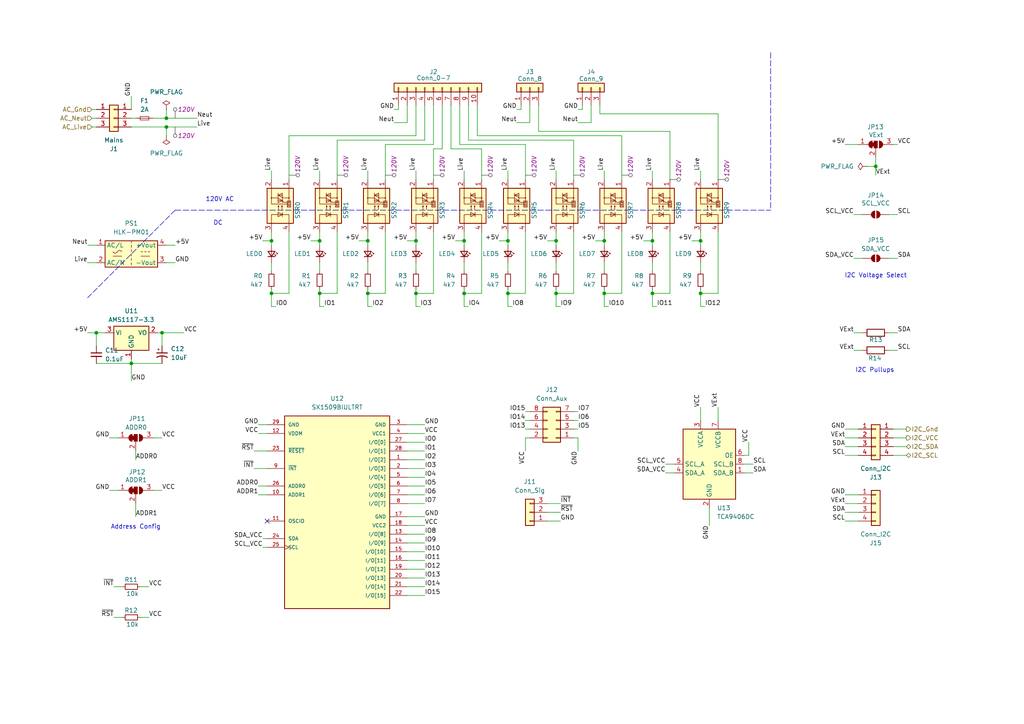
<source format=kicad_sch>
(kicad_sch (version 20231120) (generator "eeschema") (generator_version "8.0")
  (paper "A4")
  (title_block (title "Relay Controller") (date "2024-03-19") (rev "2") (company "Perth Artifactory"))
  (junction (at 175.26 85.09))
  (junction (at 203.2 85.09))
  (junction (at 38.1 105.41))
  (junction (at 161.29 85.09))
  (junction (at 175.26 69.85))
  (junction (at 92.71 69.85))
  (junction (at 189.23 69.85))
  (junction (at 120.65 69.85))
  (junction (at 189.23 85.09))
  (junction (at 134.62 85.09))
  (junction (at 203.2 69.85))
  (junction (at 106.68 69.85))
  (junction (at 254 48.26))
  (junction (at 46.99 96.52))
  (junction (at 147.32 85.09))
  (junction (at 48.26 34.29))
  (junction (at 78.74 85.09))
  (junction (at 78.74 69.85))
  (junction (at 92.71 85.09))
  (junction (at 161.29 69.85))
  (junction (at 48.26 36.83))
  (junction (at 134.62 69.85))
  (junction (at 27.94 96.52))
  (junction (at 106.68 85.09))
  (junction (at 147.32 69.85))
  (junction (at 120.65 85.09))
  (no_connect (at 77.47 151.13))
  (wire (pts (xy 175.26 88.9) (xy 176.53 88.9)))
  (wire (pts (xy 120.65 67.31) (xy 120.65 69.85)))
  (wire (pts (xy 180.34 39.37) (xy 180.34 52.07)))
  (wire (pts (xy 175.26 85.09) (xy 175.26 88.9)))
  (wire (pts (xy 38.1 27.94) (xy 38.1 31.75)))
  (wire (pts (xy 118.11 130.81) (xy 123.19 130.81)))
  (polyline (pts (xy 50.8 60.96) (xy 25.4 86.36)) (stroke (width 0) (type dash)))
  (wire (pts (xy 118.11 162.56) (xy 123.19 162.56)))
  (wire (pts (xy 33.02 170.18) (xy 35.56 170.18)))
  (wire (pts (xy 125.73 67.31) (xy 125.73 85.09)))
  (wire (pts (xy 125.73 52.07) (xy 125.73 43.18)))
  (wire (pts (xy 175.26 67.31) (xy 175.26 69.85)))
  (wire (pts (xy 44.45 127) (xy 46.99 127)))
  (wire (pts (xy 118.11 172.72) (xy 123.19 172.72)))
  (wire (pts (xy 161.29 85.09) (xy 166.37 85.09)))
  (wire (pts (xy 245.11 143.51) (xy 248.92 143.51)))
  (wire (pts (xy 203.2 85.09) (xy 208.28 85.09)))
  (wire (pts (xy 167.64 31.75) (xy 168.91 31.75)))
  (wire (pts (xy 203.2 69.85) (xy 203.2 71.12)))
  (wire (pts (xy 152.4 127) (xy 152.4 130.81)))
  (wire (pts (xy 118.11 128.27) (xy 123.19 128.27)))
  (wire (pts (xy 78.74 85.09) (xy 83.82 85.09)))
  (wire (pts (xy 134.62 76.2) (xy 134.62 78.74)))
  (wire (pts (xy 195.58 134.62) (xy 193.04 134.62)))
  (wire (pts (xy 118.11 143.51) (xy 123.19 143.51)))
  (wire (pts (xy 106.68 67.31) (xy 106.68 69.85)))
  (wire (pts (xy 147.32 76.2) (xy 147.32 78.74)))
  (wire (pts (xy 151.13 31.75) (xy 151.13 30.48)))
  (wire (pts (xy 78.74 83.82) (xy 78.74 85.09)))
  (wire (pts (xy 203.2 67.31) (xy 203.2 69.85)))
  (wire (pts (xy 175.26 76.2) (xy 175.26 78.74)))
  (wire (pts (xy 200.66 69.85) (xy 203.2 69.85)))
  (wire (pts (xy 152.4 127) (xy 153.67 127)))
  (wire (pts (xy 194.31 38.1) (xy 194.31 52.07)))
  (wire (pts (xy 153.67 30.48) (xy 153.67 35.56)))
  (wire (pts (xy 106.68 85.09) (xy 106.68 88.9)))
  (wire (pts (xy 195.58 137.16) (xy 193.04 137.16)))
  (wire (pts (xy 158.75 148.59) (xy 162.56 148.59)))
  (wire (pts (xy 125.73 30.48) (xy 125.73 41.91)))
  (wire (pts (xy 39.37 146.05) (xy 39.37 149.86)))
  (wire (pts (xy 48.26 71.12) (xy 50.8 71.12)))
  (wire (pts (xy 218.44 134.62) (xy 215.9 134.62)))
  (wire (pts (xy 106.68 49.53) (xy 106.68 52.07)))
  (wire (pts (xy 118.11 149.86) (xy 123.19 149.86)))
  (wire (pts (xy 118.11 160.02) (xy 123.19 160.02)))
  (wire (pts (xy 248.92 148.59) (xy 245.11 148.59)))
  (wire (pts (xy 259.08 132.08) (xy 262.89 132.08)))
  (wire (pts (xy 83.82 67.31) (xy 83.82 85.09)))
  (wire (pts (xy 259.08 129.54) (xy 262.89 129.54)))
  (wire (pts (xy 147.32 67.31) (xy 147.32 69.85)))
  (wire (pts (xy 161.29 88.9) (xy 162.56 88.9)))
  (wire (pts (xy 251.46 48.26) (xy 254 48.26)))
  (wire (pts (xy 259.08 127) (xy 262.89 127)))
  (wire (pts (xy 134.62 83.82) (xy 134.62 85.09)))
  (wire (pts (xy 92.71 49.53) (xy 92.71 52.07)))
  (wire (pts (xy 147.32 83.82) (xy 147.32 85.09)))
  (wire (pts (xy 161.29 85.09) (xy 161.29 88.9)))
  (wire (pts (xy 158.75 146.05) (xy 162.56 146.05)))
  (wire (pts (xy 203.2 76.2) (xy 203.2 78.74)))
  (wire (pts (xy 166.37 127) (xy 167.64 127)))
  (wire (pts (xy 135.89 30.48) (xy 135.89 40.64)))
  (wire (pts (xy 133.35 41.91) (xy 152.4 41.91)))
  (wire (pts (xy 245.11 146.05) (xy 248.92 146.05)))
  (wire (pts (xy 203.2 121.92) (xy 203.2 118.11)))
  (wire (pts (xy 118.11 165.1) (xy 123.19 165.1)))
  (wire (pts (xy 175.26 69.85) (xy 175.26 71.12)))
  (wire (pts (xy 26.67 36.83) (xy 27.94 36.83)))
  (wire (pts (xy 218.44 137.16) (xy 215.9 137.16)))
  (wire (pts (xy 45.72 96.52) (xy 46.99 96.52)))
  (wire (pts (xy 111.76 67.31) (xy 111.76 85.09)))
  (wire (pts (xy 118.11 69.85) (xy 120.65 69.85)))
  (wire (pts (xy 78.74 88.9) (xy 80.01 88.9)))
  (wire (pts (xy 74.93 140.97) (xy 77.47 140.97)))
  (wire (pts (xy 92.71 83.82) (xy 92.71 85.09)))
  (wire (pts (xy 156.21 30.48) (xy 156.21 38.1)))
  (wire (pts (xy 27.94 96.52) (xy 27.94 100.33)))
  (wire (pts (xy 166.37 124.46) (xy 167.64 124.46)))
  (wire (pts (xy 111.76 41.91) (xy 125.73 41.91)))
  (wire (pts (xy 48.26 36.83) (xy 57.15 36.83)))
  (wire (pts (xy 156.21 38.1) (xy 194.31 38.1)))
  (wire (pts (xy 152.4 41.91) (xy 152.4 52.07)))
  (wire (pts (xy 189.23 69.85) (xy 189.23 71.12)))
  (wire (pts (xy 106.68 69.85) (xy 106.68 71.12)))
  (wire (pts (xy 26.67 31.75) (xy 27.94 31.75)))
  (wire (pts (xy 48.26 31.75) (xy 48.26 34.29)))
  (wire (pts (xy 44.45 142.24) (xy 46.99 142.24)))
  (wire (pts (xy 247.65 96.52) (xy 250.19 96.52)))
  (wire (pts (xy 248.92 129.54) (xy 245.11 129.54)))
  (wire (pts (xy 46.99 96.52) (xy 46.99 100.33)))
  (wire (pts (xy 111.76 52.07) (xy 111.76 41.91)))
  (wire (pts (xy 171.45 30.48) (xy 171.45 35.56)))
  (wire (pts (xy 130.81 43.18) (xy 139.7 43.18)))
  (wire (pts (xy 132.08 69.85) (xy 134.62 69.85)))
  (wire (pts (xy 118.11 138.43) (xy 123.19 138.43)))
  (wire (pts (xy 161.29 83.82) (xy 161.29 85.09)))
  (wire (pts (xy 123.19 123.19) (xy 118.11 123.19)))
  (wire (pts (xy 38.1 104.14) (xy 38.1 105.41)))
  (wire (pts (xy 175.26 83.82) (xy 175.26 85.09)))
  (wire (pts (xy 254 48.26) (xy 254 50.8)))
  (wire (pts (xy 48.26 76.2) (xy 50.8 76.2)))
  (wire (pts (xy 189.23 76.2) (xy 189.23 78.74)))
  (wire (pts (xy 78.74 49.53) (xy 78.74 52.07)))
  (wire (pts (xy 245.11 124.46) (xy 248.92 124.46)))
  (wire (pts (xy 97.79 67.31) (xy 97.79 85.09)))
  (wire (pts (xy 78.74 85.09) (xy 78.74 88.9)))
  (wire (pts (xy 106.68 88.9) (xy 107.95 88.9)))
  (wire (pts (xy 78.74 67.31) (xy 78.74 69.85)))
  (wire (pts (xy 118.11 35.56) (xy 114.3 35.56)))
  (wire (pts (xy 245.11 127) (xy 248.92 127)))
  (wire (pts (xy 257.81 96.52) (xy 260.35 96.52)))
  (wire (pts (xy 152.4 67.31) (xy 152.4 85.09)))
  (wire (pts (xy 147.32 69.85) (xy 147.32 71.12)))
  (wire (pts (xy 74.93 123.19) (xy 77.47 123.19)))
  (wire (pts (xy 247.65 62.23) (xy 250.19 62.23)))
  (wire (pts (xy 167.64 127) (xy 167.64 130.81)))
  (wire (pts (xy 152.4 119.38) (xy 153.67 119.38)))
  (wire (pts (xy 139.7 52.07) (xy 139.7 43.18)))
  (wire (pts (xy 147.32 85.09) (xy 152.4 85.09)))
  (wire (pts (xy 180.34 67.31) (xy 180.34 85.09)))
  (wire (pts (xy 118.11 152.4) (xy 123.19 152.4)))
  (wire (pts (xy 83.82 39.37) (xy 83.82 52.07)))
  (wire (pts (xy 247.65 74.93) (xy 250.19 74.93)))
  (wire (pts (xy 90.17 69.85) (xy 92.71 69.85)))
  (wire (pts (xy 254 45.72) (xy 254 48.26)))
  (wire (pts (xy 118.11 30.48) (xy 118.11 35.56)))
  (wire (pts (xy 48.26 36.83) (xy 48.26 39.37)))
  (wire (pts (xy 217.17 132.08) (xy 215.9 132.08)))
  (wire (pts (xy 172.72 69.85) (xy 175.26 69.85)))
  (wire (pts (xy 120.65 69.85) (xy 120.65 71.12)))
  (wire (pts (xy 186.69 69.85) (xy 189.23 69.85)))
  (wire (pts (xy 123.19 30.48) (xy 123.19 40.64)))
  (wire (pts (xy 38.1 34.29) (xy 39.37 34.29)))
  (wire (pts (xy 76.2 69.85) (xy 78.74 69.85)))
  (wire (pts (xy 171.45 35.56) (xy 167.64 35.56)))
  (wire (pts (xy 118.11 170.18) (xy 123.19 170.18)))
  (wire (pts (xy 92.71 69.85) (xy 92.71 71.12)))
  (wire (pts (xy 31.75 142.24) (xy 34.29 142.24)))
  (wire (pts (xy 92.71 85.09) (xy 92.71 88.9)))
  (wire (pts (xy 208.28 33.02) (xy 208.28 52.07)))
  (wire (pts (xy 92.71 85.09) (xy 97.79 85.09)))
  (wire (pts (xy 118.11 135.89) (xy 123.19 135.89)))
  (wire (pts (xy 104.14 69.85) (xy 106.68 69.85)))
  (wire (pts (xy 259.08 124.46) (xy 262.89 124.46)))
  (wire (pts (xy 134.62 88.9) (xy 135.89 88.9)))
  (wire (pts (xy 118.11 125.73) (xy 123.19 125.73)))
  (wire (pts (xy 173.99 30.48) (xy 173.99 33.02)))
  (wire (pts (xy 120.65 85.09) (xy 125.73 85.09)))
  (wire (pts (xy 189.23 83.82) (xy 189.23 85.09)))
  (wire (pts (xy 130.81 30.48) (xy 130.81 43.18)))
  (wire (pts (xy 118.11 140.97) (xy 123.19 140.97)))
  (wire (pts (xy 245.11 41.91) (xy 248.92 41.91)))
  (wire (pts (xy 138.43 39.37) (xy 180.34 39.37)))
  (wire (pts (xy 147.32 88.9) (xy 148.59 88.9)))
  (wire (pts (xy 97.79 40.64) (xy 123.19 40.64)))
  (wire (pts (xy 203.2 85.09) (xy 203.2 88.9)))
  (wire (pts (xy 134.62 67.31) (xy 134.62 69.85)))
  (wire (pts (xy 166.37 119.38) (xy 167.64 119.38)))
  (wire (pts (xy 189.23 85.09) (xy 189.23 88.9)))
  (wire (pts (xy 125.73 43.18) (xy 128.27 43.18)))
  (wire (pts (xy 158.75 151.13) (xy 162.56 151.13)))
  (wire (pts (xy 139.7 67.31) (xy 139.7 85.09)))
  (wire (pts (xy 144.78 69.85) (xy 147.32 69.85)))
  (wire (pts (xy 106.68 76.2) (xy 106.68 78.74)))
  (wire (pts (xy 248.92 151.13) (xy 245.11 151.13)))
  (wire (pts (xy 166.37 40.64) (xy 166.37 52.07)))
  (wire (pts (xy 92.71 76.2) (xy 92.71 78.74)))
  (wire (pts (xy 48.26 34.29) (xy 57.15 34.29)))
  (wire (pts (xy 147.32 49.53) (xy 147.32 52.07)))
  (wire (pts (xy 44.45 34.29) (xy 48.26 34.29)))
  (wire (pts (xy 152.4 124.46) (xy 153.67 124.46)))
  (wire (pts (xy 134.62 49.53) (xy 134.62 52.07)))
  (wire (pts (xy 120.65 30.48) (xy 120.65 39.37)))
  (wire (pts (xy 25.4 71.12) (xy 27.94 71.12)))
  (wire (pts (xy 25.4 96.52) (xy 27.94 96.52)))
  (wire (pts (xy 257.81 62.23) (xy 260.35 62.23)))
  (wire (pts (xy 39.37 130.81) (xy 39.37 133.35)))
  (wire (pts (xy 33.02 179.07) (xy 35.56 179.07)))
  (wire (pts (xy 74.93 143.51) (xy 77.47 143.51)))
  (wire (pts (xy 92.71 67.31) (xy 92.71 69.85)))
  (wire (pts (xy 161.29 49.53) (xy 161.29 52.07)))
  (wire (pts (xy 26.67 34.29) (xy 27.94 34.29)))
  (wire (pts (xy 250.19 101.6) (xy 247.65 101.6)))
  (wire (pts (xy 38.1 105.41) (xy 46.99 105.41)))
  (wire (pts (xy 134.62 85.09) (xy 139.7 85.09)))
  (wire (pts (xy 257.81 74.93) (xy 260.35 74.93)))
  (wire (pts (xy 120.65 49.53) (xy 120.65 52.07)))
  (wire (pts (xy 25.4 76.2) (xy 27.94 76.2)))
  (wire (pts (xy 173.99 33.02) (xy 208.28 33.02)))
  (wire (pts (xy 161.29 67.31) (xy 161.29 69.85)))
  (wire (pts (xy 166.37 121.92) (xy 167.64 121.92)))
  (wire (pts (xy 161.29 69.85) (xy 161.29 71.12)))
  (wire (pts (xy 203.2 49.53) (xy 203.2 52.07)))
  (wire (pts (xy 205.74 147.32) (xy 205.74 152.4)))
  (wire (pts (xy 138.43 30.48) (xy 138.43 39.37)))
  (wire (pts (xy 120.65 83.82) (xy 120.65 85.09)))
  (wire (pts (xy 158.75 69.85) (xy 161.29 69.85)))
  (wire (pts (xy 203.2 88.9) (xy 204.47 88.9)))
  (wire (pts (xy 135.89 40.64) (xy 166.37 40.64)))
  (wire (pts (xy 175.26 85.09) (xy 180.34 85.09)))
  (wire (pts (xy 168.91 31.75) (xy 168.91 30.48)))
  (wire (pts (xy 118.11 133.35) (xy 123.19 133.35)))
  (wire (pts (xy 152.4 121.92) (xy 153.67 121.92)))
  (wire (pts (xy 92.71 88.9) (xy 93.98 88.9)))
  (wire (pts (xy 189.23 85.09) (xy 194.31 85.09)))
  (wire (pts (xy 106.68 85.09) (xy 111.76 85.09)))
  (wire (pts (xy 27.94 96.52) (xy 30.48 96.52)))
  (wire (pts (xy 120.65 76.2) (xy 120.65 78.74)))
  (wire (pts (xy 166.37 67.31) (xy 166.37 85.09)))
  (wire (pts (xy 189.23 49.53) (xy 189.23 52.07)))
  (wire (pts (xy 38.1 105.41) (xy 38.1 110.49)))
  (wire (pts (xy 118.11 167.64) (xy 123.19 167.64)))
  (wire (pts (xy 40.64 179.07) (xy 43.18 179.07)))
  (wire (pts (xy 73.66 135.89) (xy 77.47 135.89)))
  (wire (pts (xy 40.64 170.18) (xy 43.18 170.18)))
  (wire (pts (xy 97.79 40.64) (xy 97.79 52.07)))
  (wire (pts (xy 106.68 83.82) (xy 106.68 85.09)))
  (wire (pts (xy 208.28 67.31) (xy 208.28 85.09)))
  (wire (pts (xy 203.2 83.82) (xy 203.2 85.09)))
  (wire (pts (xy 27.94 105.41) (xy 38.1 105.41)))
  (wire (pts (xy 208.28 121.92) (xy 208.28 118.11)))
  (wire (pts (xy 118.11 154.94) (xy 123.19 154.94)))
  (wire (pts (xy 38.1 36.83) (xy 48.26 36.83)))
  (wire (pts (xy 217.17 132.08) (xy 217.17 128.27)))
  (wire (pts (xy 248.92 132.08) (xy 245.11 132.08)))
  (wire (pts (xy 189.23 67.31) (xy 189.23 69.85)))
  (wire (pts (xy 120.65 88.9) (xy 121.92 88.9)))
  (wire (pts (xy 31.75 127) (xy 34.29 127)))
  (wire (pts (xy 133.35 30.48) (xy 133.35 41.91)))
  (wire (pts (xy 175.26 49.53) (xy 175.26 52.07)))
  (wire (pts (xy 77.47 125.73) (xy 74.93 125.73)))
  (wire (pts (xy 149.86 35.56) (xy 153.67 35.56)))
  (wire (pts (xy 149.86 31.75) (xy 151.13 31.75)))
  (wire (pts (xy 189.23 88.9) (xy 190.5 88.9)))
  (wire (pts (xy 147.32 85.09) (xy 147.32 88.9)))
  (wire (pts (xy 118.11 146.05) (xy 123.19 146.05)))
  (wire (pts (xy 78.74 69.85) (xy 78.74 71.12)))
  (wire (pts (xy 134.62 85.09) (xy 134.62 88.9)))
  (wire (pts (xy 78.74 76.2) (xy 78.74 78.74)))
  (wire (pts (xy 73.66 130.81) (xy 77.47 130.81)))
  (polyline (pts (xy 223.52 15.24) (xy 223.52 60.96)) (stroke (width 0) (type dash)))
  (wire (pts (xy 76.2 158.75) (xy 77.47 158.75)))
  (wire (pts (xy 118.11 157.48) (xy 123.19 157.48)))
  (polyline (pts (xy 50.8 60.96) (xy 223.52 60.96)) (stroke (width 0) (type dash)))
  (wire (pts (xy 120.65 85.09) (xy 120.65 88.9)))
  (wire (pts (xy 134.62 69.85) (xy 134.62 71.12)))
  (wire (pts (xy 46.99 96.52) (xy 53.34 96.52)))
  (wire (pts (xy 115.57 31.75) (xy 115.57 30.48)))
  (wire (pts (xy 76.2 156.21) (xy 77.47 156.21)))
  (wire (pts (xy 83.82 39.37) (xy 120.65 39.37)))
  (wire (pts (xy 161.29 76.2) (xy 161.29 78.74)))
  (wire (pts (xy 257.81 101.6) (xy 260.35 101.6)))
  (wire (pts (xy 128.27 30.48) (xy 128.27 43.18)))
  (wire (pts (xy 114.3 31.75) (xy 115.57 31.75)))
  (wire (pts (xy 259.08 41.91) (xy 260.35 41.91)))
  (wire (pts (xy 194.31 67.31) (xy 194.31 85.09)))
  (text "120V AC" (at 63.754 57.912 0) (effects (font (size 1.27 1.27))))
  (text "DC" (at 63.246 64.77 0) (effects (font (size 1.27 1.27))))
  (text "I2C Pullups" (at 253.746 107.442 0) (effects (font (size 1.27 1.27))))
  (text "Address Config" (at 39.37 152.908 0) (effects (font (size 1.27 1.27))))
  (text "I2C Voltage Select" (at 254 80.01 0) (effects (font (size 1.27 1.27))))
  (label "SCL" (at 218.44 134.62 0))
  (label "Live" (at 92.71 49.53 90))
  (label "IO13" (at 152.4 124.46 180))
  (label "IO7" (at 123.19 146.05 0))
  (label "IO12" (at 123.19 165.1 0))
  (label "GND" (at 114.3 31.75 180))
  (label "GND" (at 31.75 127 180))
  (label "IO13" (at 123.19 167.64 0))
  (label "VCC" (at 43.18 179.07 0))
  (label "+5V" (at 90.17 69.85 180))
  (label "+5V" (at 200.66 69.85 180))
  (label "GND" (at 205.74 152.4 270))
  (label "~{INT}" (at 33.02 170.18 180))
  (label "SCL_VCC" (at 247.65 62.23 180))
  (label "VCC" (at 46.99 127 0))
  (label "SDA" (at 245.11 148.59 180))
  (label "VExt" (at 247.65 101.6 180))
  (label "IO9" (at 162.56 88.9 0))
  (label "VCC" (at 217.17 128.27 90))
  (label "IO0" (at 123.19 128.27 0))
  (label "Live" (at 78.74 49.53 90))
  (label "VCC" (at 203.2 118.11 90))
  (label "+5V" (at 144.78 69.85 180))
  (label "IO1" (at 123.19 130.81 0))
  (label "GND" (at 123.19 123.19 0))
  (label "IO10" (at 123.19 160.02 0))
  (label "Live" (at 189.23 49.53 90))
  (label "SDA_VCC" (at 193.04 137.16 180))
  (label "VCC" (at 260.35 41.91 0))
  (label "VExt" (at 247.65 96.52 180))
  (label "VExt" (at 254 50.8 0))
  (label "SCL" (at 245.11 151.13 180))
  (label "+5V" (at 104.14 69.85 180))
  (label "VCC" (at 43.18 170.18 0))
  (label "IO12" (at 204.47 88.9 0))
  (label "IO2" (at 107.95 88.9 0))
  (label "IO4" (at 123.19 138.43 0))
  (label "IO1" (at 93.98 88.9 0))
  (label "VCC" (at 74.93 125.73 180))
  (label "Neut" (at 149.86 35.56 180))
  (label "VExt" (at 245.11 146.05 180))
  (label "GND" (at 162.56 151.13 0))
  (label "~{INT}" (at 73.66 135.89 180))
  (label "IO15" (at 123.19 172.72 0))
  (label "IO6" (at 123.19 143.51 0))
  (label "VCC" (at 123.19 125.73 0))
  (label "GND" (at 149.86 31.75 180))
  (label "IO7" (at 167.64 119.38 0))
  (label "IO11" (at 123.19 162.56 0))
  (label "IO14" (at 152.4 121.92 180))
  (label "ADDR0" (at 39.37 133.35 0))
  (label "+5V" (at 50.8 71.12 0))
  (label "SDA_VCC" (at 76.2 156.21 180))
  (label "GND" (at 245.11 143.51 180))
  (label "Live" (at 57.15 36.83 0))
  (label "~{RST}" (at 73.66 130.81 180))
  (label "Live" (at 120.65 49.53 90))
  (label "Live" (at 134.62 49.53 90))
  (label "IO2" (at 123.19 133.35 0))
  (label "VCC" (at 152.4 130.81 270))
  (label "SDA" (at 245.11 129.54 180))
  (label "+5V" (at 245.11 41.91 180))
  (label "Live" (at 147.32 49.53 90))
  (label "GND" (at 123.19 149.86 0))
  (label "SCL_VCC" (at 193.04 134.62 180))
  (label "SDA" (at 260.35 96.52 0))
  (label "SDA_VCC" (at 247.65 74.93 180))
  (label "Live" (at 106.68 49.53 90))
  (label "+5V" (at 186.69 69.85 180))
  (label "GND" (at 38.1 27.94 90))
  (label "VExt" (at 208.28 118.11 90))
  (label "GND" (at 31.75 142.24 180))
  (label "IO8" (at 123.19 154.94 0))
  (label "IO5" (at 167.64 124.46 0))
  (label "IO9" (at 123.19 157.48 0))
  (label "+5V" (at 118.11 69.85 180))
  (label "IO8" (at 148.59 88.9 0))
  (label "IO11" (at 190.5 88.9 0))
  (label "IO10" (at 176.53 88.9 0))
  (label "GND" (at 167.64 130.81 270))
  (label "GND" (at 245.11 124.46 180))
  (label "+5V" (at 158.75 69.85 180))
  (label "Neut" (at 57.15 34.29 0))
  (label "IO6" (at 167.64 121.92 0))
  (label "IO4" (at 135.89 88.9 0))
  (label "ADDR1" (at 39.37 149.86 0))
  (label "+5V" (at 172.72 69.85 180))
  (label "Live" (at 203.2 49.53 90))
  (label "SCL" (at 260.35 62.23 0))
  (label "IO0" (at 80.01 88.9 0))
  (label "Neut" (at 114.3 35.56 180))
  (label "GND" (at 50.8 76.2 0))
  (label "SCL" (at 260.35 101.6 0))
  (label "Live" (at 161.29 49.53 90))
  (label "IO15" (at 152.4 119.38 180))
  (label "GND" (at 74.93 123.19 180))
  (label "VCC" (at 46.99 142.24 0))
  (label "Live" (at 25.4 76.2 180))
  (label "SCL_VCC" (at 76.2 158.75 180))
  (label "+5V" (at 132.08 69.85 180))
  (label "Neut" (at 167.64 35.56 180))
  (label "IO14" (at 123.19 170.18 0))
  (label "SCL" (at 245.11 132.08 180))
  (label "GND" (at 167.64 31.75 180))
  (label "+5V" (at 76.2 69.85 180))
  (label "Live" (at 175.26 49.53 90))
  (label "ADDR1" (at 74.93 143.51 180))
  (label "~{RST}" (at 33.02 179.07 180))
  (label "~{INT}" (at 162.56 146.05 0))
  (label "IO5" (at 123.19 140.97 0))
  (label "VCC" (at 123.19 152.4 0))
  (label "+5V" (at 25.4 96.52 180))
  (label "VExt" (at 245.11 127 180))
  (label "IO3" (at 121.92 88.9 0))
  (label "VCC" (at 53.34 96.52 0))
  (label "SDA" (at 218.44 137.16 0))
  (label "GND" (at 38.1 110.49 0))
  (label "SDA" (at 260.35 74.93 0))
  (label "Neut" (at 25.4 71.12 180))
  (label "ADDR0" (at 74.93 140.97 180))
  (label "IO3" (at 123.19 135.89 0))
  (label "~{RST}" (at 162.56 148.59 0))
  (hierarchical_label "AC_Neut" (shape input) (at 26.67 34.29 180))
  (hierarchical_label "I2C_Gnd" (shape output) (at 262.89 124.46 0))
  (hierarchical_label "AC_Gnd" (shape input) (at 26.67 31.75 180))
  (hierarchical_label "I2C_VCC" (shape output) (at 262.89 127 0))
  (hierarchical_label "AC_Live" (shape input) (at 26.67 36.83 180))
  (hierarchical_label "I2C_SDA" (shape bidirectional) (at 262.89 129.54 0))
  (hierarchical_label "I2C_SCL" (shape bidirectional) (at 262.89 132.08 0))
  (netclass_flag "" (length 2.54) (shape round) (at 83.82 50.8 270) (property "Netclass" "120V" (at 86.36 50.1015 90) (effects (font (italic yes)) (justify left))))
  (netclass_flag "" (length 2.54) (shape round) (at 111.76 50.8 270) (property "Netclass" "120V" (at 114.3 50.1015 90) (effects (font (italic yes)) (justify left))))
  (netclass_flag "" (length 2.54) (shape round) (at 125.73 50.8 270) (property "Netclass" "120V" (at 128.27 50.1015 90) (effects (font (italic yes)) (justify left))))
  (netclass_flag "" (length 2.54) (shape round) (at 152.4 50.8 270) (property "Netclass" "120V" (at 154.94 50.1015 90) (effects (font (italic yes)) (justify left))))
  (netclass_flag "" (length 2.54) (shape round) (at 50.8 34.29 0) (property "Netclass" "120V" (at 51.4985 31.75 0) (effects (font (italic yes)) (justify left))))
  (netclass_flag "" (length 2.54) (shape round) (at 180.34 50.8 270) (property "Netclass" "120V" (at 182.88 50.1015 90) (effects (font (italic yes)) (justify left))))
  (netclass_flag "" (length 2.54) (shape round) (at 139.7 50.8 270) (property "Netclass" "120V" (at 142.24 50.1015 90) (effects (font (italic yes)) (justify left))))
  (netclass_flag "" (length 2.54) (shape round) (at 194.31 52.07 270) (property "Netclass" "120V" (at 196.85 51.3715 90) (effects (font (italic yes)) (justify left))))
  (netclass_flag "" (length 2.54) (shape round) (at 208.28 52.07 270) (property "Netclass" "120V" (at 210.82 51.3715 90) (effects (font (italic yes)) (justify left))))
  (netclass_flag "" (length 2.54) (shape round) (at 50.8 36.83 180) (property "Netclass" "120V" (at 51.4985 39.37 0) (effects (font (italic yes)) (justify left))))
  (netclass_flag "" (length 2.54) (shape round) (at 97.79 50.8 270) (property "Netclass" "120V" (at 100.33 50.1015 90) (effects (font (italic yes)) (justify left))))
  (netclass_flag "" (length 2.54) (shape round) (at 166.37 50.8 270) (property "Netclass" "120V" (at 168.91 50.1015 90) (effects (font (italic yes)) (justify left))))
  (symbol (lib_id "Vending_Machine:G3MB-202P") (at 95.25 59.69 90) (unit 1)
    (property "Reference" "SSR1" (at 100.33 58.42 0) (effects (justify right)))
    (property "Value" "34.81-8240" (effects (hide yes)))
    (property "Footprint" "Footprints:RELAY_G3MB202PDC12" (effects (hide yes)))
    (property "Datasheet" "https://gfinder.findernet.com/public/attachments/34/EN/S34USAEN.pdf" (effects (hide yes)))
    (property "Sim.Device" "SW" (effects (hide yes)))
    (property "Sim.Type" "V" (effects (hide yes)))
    (property "Sim.Pins" "11=no+ 14=no- A1=ctrl+ A2=ctrl-" (effects (hide yes)))
    (property "Sim.Params" "thr=4 ic=off" (effects (hide yes)))
  )
  (symbol (lib_id "Device:R_Small") (at 189.23 81.28 0) (mirror y) (unit 1)
    (property "Reference" "R8" (at 186.69 80.01 0) (effects (justify left)))
    (property "Value" "4k7" (at 186.69 82.55 0) (effects (justify left)))
    (property "Footprint" "Resistor_SMD:R_0805_2012Metric_Pad1.20x1.40mm_HandSolder" (effects (hide yes)))
    (property "Description" "Resistor, small symbol" (effects (hide yes)))
  )
  (symbol (lib_id "Device:R_Small") (at 134.62 81.28 0) (mirror y) (unit 1)
    (property "Reference" "R4" (at 132.08 80.01 0) (effects (justify left)))
    (property "Value" "4k7" (at 132.08 82.55 0) (effects (justify left)))
    (property "Footprint" "Resistor_SMD:R_0805_2012Metric_Pad1.20x1.40mm_HandSolder" (effects (hide yes)))
    (property "Description" "Resistor, small symbol" (effects (hide yes)))
  )
  (symbol (lib_id "Device:LED_Small") (at 120.65 73.66 270) (mirror x) (unit 1)
    (property "Reference" "LED3" (at 118.11 73.5965 90) (effects (justify right)))
    (property "Value" "LED_Small" (effects (hide yes)))
    (property "Footprint" "LED_SMD:LED_0805_2012Metric_Pad1.15x1.40mm_HandSolder" (effects (hide yes)))
    (property "Description" "Light emitting diode, small symbol" (effects (hide yes)))
  )
  (symbol (lib_id "Device:R_Small") (at 203.2 81.28 0) (mirror y) (unit 1)
    (property "Reference" "R9" (at 200.66 80.01 0) (effects (justify left)))
    (property "Value" "4k7" (at 200.66 82.55 0) (effects (justify left)))
    (property "Footprint" "Resistor_SMD:R_0805_2012Metric_Pad1.20x1.40mm_HandSolder" (effects (hide yes)))
    (property "Description" "Resistor, small symbol" (effects (hide yes)))
  )
  (symbol (lib_id "Device:LED_Small") (at 147.32 73.66 270) (mirror x) (unit 1)
    (property "Reference" "LED5" (at 144.78 73.5965 90) (effects (justify right)))
    (property "Value" "LED_Small" (effects (hide yes)))
    (property "Footprint" "LED_SMD:LED_0805_2012Metric_Pad1.15x1.40mm_HandSolder" (effects (hide yes)))
    (property "Description" "Light emitting diode, small symbol" (effects (hide yes)))
  )
  (symbol (lib_id "Jumper:SolderJumper_2_Open") (at 254 62.23 0) (unit 1) (exclude_from_sim yes) (in_bom no)
    (property "Reference" "JP14" (at 254 56.642 0))
    (property "Value" "SCL_VCC" (at 254 58.928 0))
    (property "Footprint" "Jumper:SolderJumper-2_P1.3mm_Open_RoundedPad1.0x1.5mm" (effects (hide yes)))
    (property "Description" "Solder Jumper, 2-pole, open" (effects (hide yes)))
  )
  (symbol (lib_id "Device:R_Small") (at 106.68 81.28 0) (mirror y) (unit 1)
    (property "Reference" "R2" (at 104.14 80.01 0) (effects (justify left)))
    (property "Value" "4k7" (at 104.14 82.55 0) (effects (justify left)))
    (property "Footprint" "Resistor_SMD:R_0805_2012Metric_Pad1.20x1.40mm_HandSolder" (effects (hide yes)))
    (property "Description" "Resistor, small symbol" (effects (hide yes)))
  )
  (symbol (lib_id "Device:R") (at 254 96.52 90) (mirror x) (unit 1)
    (property "Reference" "R13" (at 254 98.552 90))
    (property "Value" "R" (effects (hide yes)))
    (property "Footprint" "Resistor_SMD:R_0805_2012Metric_Pad1.20x1.40mm_HandSolder" (effects (hide yes)))
    (property "Description" "Resistor" (effects (hide yes)))
  )
  (symbol (lib_id "Vending_Machine:G3MB-202P") (at 109.22 59.69 90) (unit 1)
    (property "Reference" "SSR2" (at 114.3 58.42 0) (effects (justify right)))
    (property "Value" "34.81-8240" (effects (hide yes)))
    (property "Footprint" "Footprints:RELAY_G3MB202PDC12" (effects (hide yes)))
    (property "Datasheet" "https://gfinder.findernet.com/public/attachments/34/EN/S34USAEN.pdf" (effects (hide yes)))
    (property "Sim.Device" "SW" (effects (hide yes)))
    (property "Sim.Type" "V" (effects (hide yes)))
    (property "Sim.Pins" "11=no+ 14=no- A1=ctrl+ A2=ctrl-" (effects (hide yes)))
    (property "Sim.Params" "thr=4 ic=off" (effects (hide yes)))
  )
  (symbol (lib_id "Connector_Generic:Conn_01x03") (at 153.67 148.59 180) (unit 1)
    (property "Reference" "J11" (at 153.67 139.7 0))
    (property "Value" "Conn_Sig" (at 153.67 142.24 0))
    (property "Footprint" "Connector_JST:JST_XH_B3B-XH-A_1x03_P2.50mm_Vertical" (effects (hide yes)))
    (property "Description" "Generic connector, single row, 01x03, script generated (kicad-library-utils/schlib/autogen/connector/)" (effects (hide yes)))
  )
  (symbol (lib_id "Device:R_Small") (at 147.32 81.28 0) (mirror y) (unit 1)
    (property "Reference" "R5" (at 144.78 80.01 0) (effects (justify left)))
    (property "Value" "4k7" (at 144.78 82.55 0) (effects (justify left)))
    (property "Footprint" "Resistor_SMD:R_0805_2012Metric_Pad1.20x1.40mm_HandSolder" (effects (hide yes)))
    (property "Description" "Resistor, small symbol" (effects (hide yes)))
  )
  (symbol (lib_id "Vending_Machine:G3MB-202P") (at 205.74 59.69 90) (unit 1)
    (property "Reference" "SSR9" (at 210.82 58.42 0) (effects (justify right)))
    (property "Value" "34.81-8240" (effects (hide yes)))
    (property "Footprint" "Footprints:RELAY_G3MB202PDC12" (effects (hide yes)))
    (property "Datasheet" "https://gfinder.findernet.com/public/attachments/34/EN/S34USAEN.pdf" (effects (hide yes)))
    (property "Sim.Device" "SW" (effects (hide yes)))
    (property "Sim.Type" "V" (effects (hide yes)))
    (property "Sim.Pins" "11=no+ 14=no- A1=ctrl+ A2=ctrl-" (effects (hide yes)))
    (property "Sim.Params" "thr=4 ic=off" (effects (hide yes)))
  )
  (symbol (lib_id "Connector_Generic:Conn_01x10") (at 125.73 25.4 90) (unit 1)
    (property "Reference" "J2" (at 125.73 20.828 90))
    (property "Value" "Conn_0-7" (at 125.73 22.606 90))
    (property "Footprint" "Connector_Phoenix_MC:PhoenixContact_MC_1,5_10-G-3.81_1x10_P3.81mm_Horizontal" (effects (hide yes)))
    (property "Description" "Generic connector, single row, 01x10, script generated (kicad-library-utils/schlib/autogen/connector/)" (effects (hide yes)))
  )
  (symbol (lib_id "Device:R_Small") (at 38.1 170.18 270) (unit 1)
    (property "Reference" "R11" (at 36.068 168.148 90) (effects (justify left)))
    (property "Value" "10k" (at 36.576 172.212 90) (effects (justify left)))
    (property "Footprint" "Resistor_SMD:R_0805_2012Metric_Pad1.20x1.40mm_HandSolder" (effects (hide yes)))
    (property "Description" "Resistor, small symbol" (effects (hide yes)))
  )
  (symbol (lib_id "Connector_Generic:Conn_01x03") (at 171.45 25.4 90) (unit 1)
    (property "Reference" "J4" (at 171.45 20.828 90))
    (property "Value" "Conn_9" (at 171.45 22.86 90))
    (property "Footprint" "Connector_Phoenix_MC:PhoenixContact_MC_1,5_3-G-3.81_1x03_P3.81mm_Horizontal" (effects (hide yes)))
    (property "Description" "Generic connector, single row, 01x03, script generated (kicad-library-utils/schlib/autogen/connector/)" (effects (hide yes)))
  )
  (symbol (lib_id "Device:LED_Small") (at 161.29 73.66 270) (mirror x) (unit 1)
    (property "Reference" "LED6" (at 158.75 73.5965 90) (effects (justify right)))
    (property "Value" "LED_Small" (effects (hide yes)))
    (property "Footprint" "LED_SMD:LED_0805_2012Metric_Pad1.15x1.40mm_HandSolder" (effects (hide yes)))
    (property "Description" "Light emitting diode, small symbol" (effects (hide yes)))
  )
  (symbol (lib_id "Converter_ACDC:HLK-PM01") (at 38.1 73.66 0) (unit 1)
    (property "Reference" "PS1" (at 38.1 64.77 0))
    (property "Value" "HLK-PM01" (at 38.1 67.31 0))
    (property "Footprint" "Converter_ACDC:Converter_ACDC_Hi-Link_HLK-PMxx" (effects (hide yes)))
    (property "Datasheet" "https://h.hlktech.com/download/ACDC%E7%94%B5%E6%BA%90%E6%A8%A1%E5%9D%973W%E7%B3%BB%E5%88%97/1/%E6%B5%B7%E5%87%8C%E7%A7%913W%E7%B3%BB%E5%88%97%E7%94%B5%E6%BA%90%E6%A8%A1%E5%9D%97%E8%A7%84%E6%A0%BC%E4%B9%A6V2.8.pdf" (effects (hide yes)))
    (property "Description" "Compact AC/DC board mount power module 3W 5V" (effects (hide yes)))
  )
  (symbol (lib_id "Device:Fuse_Small") (at 41.91 34.29 0) (unit 1)
    (property "Reference" "F1" (at 41.91 29.21 0))
    (property "Value" "2A" (at 41.91 31.75 0))
    (property "Footprint" "Footprints:Fuseholder_5x20mm_15mm_Pins" (effects (hide yes)))
    (property "Description" "Fuse, small symbol" (effects (hide yes)))
  )
  (symbol (lib_id "Interface:TCA9406DC") (at 205.74 134.62 0) (unit 1)
    (property "Reference" "U13" (at 207.9341 147.32 0) (effects (justify left)))
    (property "Value" "TCA9406DC" (at 207.9341 149.86 0) (effects (justify left)))
    (property "Footprint" "Package_SO:VSSOP-8_2.3x2mm_P0.5mm" (effects (hide yes)))
    (property "Datasheet" "www.ti.com/lit/ds/symlink/tca9406.pdf" (effects (hide yes)))
    (property "Description" "2-Bit Bidirectional 1-MHz, I2C Bus and SMBus Voltage-Level Translator With 8-kV HBM ESD" (effects (hide yes)))
  )
  (symbol (lib_id "Vending_Machine:G3MB-202P") (at 149.86 59.69 90) (unit 1)
    (property "Reference" "SSR5" (at 154.94 58.42 0) (effects (justify right)))
    (property "Value" "34.81-8240" (effects (hide yes)))
    (property "Footprint" "Footprints:RELAY_G3MB202PDC12" (effects (hide yes)))
    (property "Datasheet" "https://gfinder.findernet.com/public/attachments/34/EN/S34USAEN.pdf" (effects (hide yes)))
    (property "Sim.Device" "SW" (effects (hide yes)))
    (property "Sim.Type" "V" (effects (hide yes)))
    (property "Sim.Pins" "11=no+ 14=no- A1=ctrl+ A2=ctrl-" (effects (hide yes)))
    (property "Sim.Params" "thr=4 ic=off" (effects (hide yes)))
  )
  (symbol (lib_id "Device:R_Small") (at 175.26 81.28 0) (mirror y) (unit 1)
    (property "Reference" "R7" (at 172.72 80.01 0) (effects (justify left)))
    (property "Value" "4k7" (at 172.72 82.55 0) (effects (justify left)))
    (property "Footprint" "Resistor_SMD:R_0805_2012Metric_Pad1.20x1.40mm_HandSolder" (effects (hide yes)))
    (property "Description" "Resistor, small symbol" (effects (hide yes)))
  )
  (symbol (lib_id "Device:R_Small") (at 120.65 81.28 0) (mirror y) (unit 1)
    (property "Reference" "R3" (at 118.11 80.01 0) (effects (justify left)))
    (property "Value" "4k7" (at 118.11 82.55 0) (effects (justify left)))
    (property "Footprint" "Resistor_SMD:R_0805_2012Metric_Pad1.20x1.40mm_HandSolder" (effects (hide yes)))
    (property "Description" "Resistor, small symbol" (effects (hide yes)))
  )
  (symbol (lib_id "Vending_Machine:G3MB-202P") (at 163.83 59.69 90) (unit 1)
    (property "Reference" "SSR6" (at 168.91 58.42 0) (effects (justify right)))
    (property "Value" "34.81-8240" (effects (hide yes)))
    (property "Footprint" "Footprints:RELAY_G3MB202PDC12" (effects (hide yes)))
    (property "Datasheet" "https://gfinder.findernet.com/public/attachments/34/EN/S34USAEN.pdf" (effects (hide yes)))
    (property "Sim.Device" "SW" (effects (hide yes)))
    (property "Sim.Type" "V" (effects (hide yes)))
    (property "Sim.Pins" "11=no+ 14=no- A1=ctrl+ A2=ctrl-" (effects (hide yes)))
    (property "Sim.Params" "thr=4 ic=off" (effects (hide yes)))
  )
  (symbol (lib_id "Jumper:SolderJumper_3_Bridged12") (at 39.37 127 0) (unit 1) (exclude_from_sim yes) (in_bom no)
    (property "Reference" "JP11" (at 37.338 121.412 0) (effects (justify left)))
    (property "Value" "ADDR0" (at 36.322 123.952 0) (effects (justify left)))
    (property "Footprint" "Jumper:SolderJumper-3_P1.3mm_Bridged12_RoundedPad1.0x1.5mm_NumberLabels" (effects (hide yes)))
    (property "Description" "3-pole Solder Jumper, pins 1+2 closed/bridged" (effects (hide yes)))
  )
  (symbol (lib_id "Device:C_Small") (at 27.94 102.87 0) (unit 1)
    (property "Reference" "C11" (at 30.48 101.6063 0) (effects (justify left)))
    (property "Value" "0.1uF" (at 30.48 104.1463 0) (effects (justify left)))
    (property "Footprint" "Capacitor_SMD:C_0805_2012Metric_Pad1.18x1.45mm_HandSolder" (effects (hide yes)))
    (property "Description" "Unpolarized capacitor, small symbol" (effects (hide yes)))
  )
  (symbol (lib_id "Device:R_Small") (at 78.74 81.28 0) (mirror y) (unit 1)
    (property "Reference" "R0" (at 76.2 80.01 0) (effects (justify left)))
    (property "Value" "4k7" (at 76.2 82.55 0) (effects (justify left)))
    (property "Footprint" "Resistor_SMD:R_0805_2012Metric_Pad1.20x1.40mm_HandSolder" (effects (hide yes)))
    (property "Description" "Resistor, small symbol" (effects (hide yes)))
  )
  (symbol (lib_id "Vending_Machine:G3MB-202P") (at 123.19 59.69 90) (unit 1)
    (property "Reference" "SSR3" (at 128.27 58.42 0) (effects (justify right)))
    (property "Value" "34.81-8240" (effects (hide yes)))
    (property "Footprint" "Footprints:RELAY_G3MB202PDC12" (effects (hide yes)))
    (property "Datasheet" "https://gfinder.findernet.com/public/attachments/34/EN/S34USAEN.pdf" (effects (hide yes)))
    (property "Sim.Device" "SW" (effects (hide yes)))
    (property "Sim.Type" "V" (effects (hide yes)))
    (property "Sim.Pins" "11=no+ 14=no- A1=ctrl+ A2=ctrl-" (effects (hide yes)))
    (property "Sim.Params" "thr=4 ic=off" (effects (hide yes)))
  )
  (symbol (lib_id "Vending_Machine:SX1509BIULTRT") (at 97.79 148.59 0) (unit 1)
    (property "Reference" "U12" (at 97.79 115.57 0))
    (property "Value" "SX1509BIULTRT" (at 97.79 118.11 0))
    (property "Footprint" "Package_DFN_QFN:QFN-28-1EP_4x4mm_P0.4mm_EP2.6x2.6mm_ThermalVias" (effects (hide yes)))
    (property "Description" "\nI/O Expander 16 I²C 400 kHz 28-QFN-UT (4x4)\n" (effects (hide yes)))
    (property "SNAPEDA_PACKAGE_ID" "56799" (effects (hide yes)))
    (property "B_NOM" "0.2" (effects (hide yes)))
    (property "PIN_COUNT_D" "7.0" (effects (hide yes)))
    (property "B_MIN" "0.15" (effects (hide yes)))
    (property "Check_prices" "https://www.snapeda.com/parts/SX1509BIULTRT/Semtech+Corporation/view-part/?ref=eda" (effects (hide yes)))
    (property "B_MAX" "0.25" (effects (hide yes)))
    (property "Price" "None" (effects (hide yes)))
    (property "ENOM" "0.4" (effects (hide yes)))
    (property "D_NOM" "4.0" (effects (hide yes)))
    (property "D_MAX" "4.1" (effects (hide yes)))
    (property "L_MAX" "0.5" (effects (hide yes)))
    (property "A_MAX" "0.6" (effects (hide yes)))
    (property "Package" "UFQFN-28 Semtech" (effects (hide yes)))
    (property "E2_NOM" "2.65" (effects (hide yes)))
    (property "D2_NOM" "2.65" (effects (hide yes)))
    (property "PARTREV" "Rev 4 – 26th April 2011" (effects (hide yes)))
    (property "SnapEDA_Link" "https://www.snapeda.com/parts/SX1509BIULTRT/Semtech+Corporation/view-part/?ref=snap" (effects (hide yes)))
    (property "E_NOM" "4.0" (effects (hide yes)))
    (property "STANDARD" "IPC 7351B" (effects (hide yes)))
    (property "L_NOM" "0.4" (effects (hide yes)))
    (property "MANUFACTURER" "Semtech" (effects (hide yes)))
    (property "MF" "Semtech" (effects (hide yes)))
    (property "Purchase-URL" "https://www.snapeda.com/api/url_track_click_mouser/?unipart_id=48722&manufacturer=Semtech&part_name=SX1509BIULTRT&search_term=sx1509" (effects (hide yes)))
    (property "PIN_COUNT_E" "7.0" (effects (hide yes)))
    (property "E_MIN" "3.9" (effects (hide yes)))
    (property "D_MIN" "3.9" (effects (hide yes)))
    (property "MP" "SX1509BIULTRT" (effects (hide yes)))
    (property "L_MIN" "0.3" (effects (hide yes)))
    (property "Availability" "In Stock" (effects (hide yes)))
    (property "E_MAX" "4.1" (effects (hide yes)))
  )
  (symbol (lib_id "Device:C_Polarized_Small_US") (at 46.99 102.87 0) (unit 1)
    (property "Reference" "C12" (at 49.53 101.1682 0) (effects (justify left)))
    (property "Value" "10uF" (at 49.53 103.7082 0) (effects (justify left)))
    (property "Footprint" "Capacitor_SMD:C_0805_2012Metric_Pad1.18x1.45mm_HandSolder" (effects (hide yes)))
    (property "Description" "Polarized capacitor, small US symbol" (effects (hide yes)))
  )
  (symbol (lib_id "Connector_Generic:Conn_01x03") (at 153.67 25.4 90) (unit 1)
    (property "Reference" "J3" (at 153.67 20.828 90))
    (property "Value" "Conn_8" (at 153.67 22.86 90))
    (property "Footprint" "Connector_Phoenix_MC:PhoenixContact_MC_1,5_3-G-3.81_1x03_P3.81mm_Horizontal" (effects (hide yes)))
    (property "Description" "Generic connector, single row, 01x03, script generated (kicad-library-utils/schlib/autogen/connector/)" (effects (hide yes)))
  )
  (symbol (lib_id "Vending_Machine:G3MB-202P") (at 177.8 59.69 90) (unit 1)
    (property "Reference" "SSR7" (at 182.88 58.42 0) (effects (justify right)))
    (property "Value" "34.81-8240" (effects (hide yes)))
    (property "Footprint" "Footprints:RELAY_G3MB202PDC12" (effects (hide yes)))
    (property "Datasheet" "https://gfinder.findernet.com/public/attachments/34/EN/S34USAEN.pdf" (effects (hide yes)))
    (property "Sim.Device" "SW" (effects (hide yes)))
    (property "Sim.Type" "V" (effects (hide yes)))
    (property "Sim.Pins" "11=no+ 14=no- A1=ctrl+ A2=ctrl-" (effects (hide yes)))
    (property "Sim.Params" "thr=4 ic=off" (effects (hide yes)))
  )
  (symbol (lib_id "power:PWR_FLAG") (at 48.26 39.37 180) (unit 1)
    (property "Reference" "#FLG02" (effects (hide yes)))
    (property "Value" "PWR_FLAG" (at 48.26 44.45 0))
    (property "Description" "Special symbol for telling ERC where power comes from" (effects (hide yes)))
  )
  (symbol (lib_id "Vending_Machine:G3MB-202P") (at 81.28 59.69 90) (unit 1)
    (property "Reference" "SSR0" (at 86.36 58.42 0) (effects (justify right)))
    (property "Value" "34.81-8240" (effects (hide yes)))
    (property "Footprint" "Footprints:RELAY_G3MB202PDC12" (effects (hide yes)))
    (property "Datasheet" "https://gfinder.findernet.com/public/attachments/34/EN/S34USAEN.pdf" (effects (hide yes)))
    (property "Sim.Device" "SW" (effects (hide yes)))
    (property "Sim.Type" "V" (effects (hide yes)))
    (property "Sim.Pins" "11=no+ 14=no- A1=ctrl+ A2=ctrl-" (effects (hide yes)))
    (property "Sim.Params" "thr=4 ic=off" (effects (hide yes)))
  )
  (symbol (lib_id "Device:LED_Small") (at 175.26 73.66 270) (mirror x) (unit 1)
    (property "Reference" "LED7" (at 172.72 73.5965 90) (effects (justify right)))
    (property "Value" "LED_Small" (effects (hide yes)))
    (property "Footprint" "LED_SMD:LED_0805_2012Metric_Pad1.15x1.40mm_HandSolder" (effects (hide yes)))
    (property "Description" "Light emitting diode, small symbol" (effects (hide yes)))
  )
  (symbol (lib_id "Connector_Generic:Conn_02x04_Odd_Even") (at 161.29 124.46 180) (unit 1)
    (property "Reference" "J12" (at 160.02 113.03 0))
    (property "Value" "Conn_Aux" (at 160.02 115.57 0))
    (property "Footprint" "Connector_IDC:IDC-Header_2x04_P2.54mm_Vertical" (effects (hide yes)))
    (property "Description" "Generic connector, double row, 02x04, odd/even pin numbering scheme (row 1 odd numbers, row 2 even numbers), script generated (kicad-library-utils/schlib/autogen/connector/)" (effects (hide yes)))
  )
  (symbol (lib_id "Connector_Generic:Conn_01x04") (at 254 127 0) (unit 1)
    (property "Reference" "J13" (at 254 138.43 0))
    (property "Value" "Conn_I2C" (at 254 135.89 0))
    (property "Footprint" "Connector_JST:JST_XH_B4B-XH-A_1x04_P2.50mm_Vertical" (effects (hide yes)))
    (property "Description" "Generic connector, single row, 01x04, script generated (kicad-library-utils/schlib/autogen/connector/)" (effects (hide yes)))
  )
  (symbol (lib_id "Connector_Generic:Conn_01x03") (at 33.02 34.29 0) (mirror y) (unit 1)
    (property "Reference" "J1" (at 33.02 43.18 0))
    (property "Value" "Mains" (at 33.02 40.64 0))
    (property "Footprint" "Connector_Phoenix_MC:PhoenixContact_MC_1,5_3-G-3.81_1x03_P3.81mm_Horizontal" (effects (hide yes)))
    (property "Description" "Generic connector, single row, 01x03, script generated (kicad-library-utils/schlib/autogen/connector/)" (effects (hide yes)))
  )
  (symbol (lib_id "Regulator_Linear:AMS1117-3.3") (at 38.1 96.52 0) (unit 1)
    (property "Reference" "U11" (at 38.1 90.17 0))
    (property "Value" "AMS1117-3.3" (at 38.1 92.71 0))
    (property "Footprint" "Package_TO_SOT_SMD:SOT-223-3_TabPin2" (effects (hide yes)))
    (property "Datasheet" "http://www.advanced-monolithic.com/pdf/ds1117.pdf" (effects (hide yes)))
    (property "Description" "1A Low Dropout regulator, positive, 3.3V fixed output, SOT-223" (effects (hide yes)))
  )
  (symbol (lib_id "Device:LED_Small") (at 106.68 73.66 270) (mirror x) (unit 1)
    (property "Reference" "LED2" (at 104.14 73.5965 90) (effects (justify right)))
    (property "Value" "LED_Small" (effects (hide yes)))
    (property "Footprint" "LED_SMD:LED_0805_2012Metric_Pad1.15x1.40mm_HandSolder" (effects (hide yes)))
    (property "Description" "Light emitting diode, small symbol" (effects (hide yes)))
  )
  (symbol (lib_id "Connector:Conn_01x04_Pin") (at 254 127 0) (unit 1) (on_board no)
    (property "Reference" "J14" (effects (hide yes)))
    (property "Value" "Conn_01x04_Pin" (effects (hide yes)))
    (property "Description" "Generic connector, single row, 01x04, script generated" (effects (hide yes)))
  )
  (symbol (lib_id "Connector_Generic:Conn_01x04") (at 254 146.05 0) (unit 1)
    (property "Reference" "J15" (at 254 157.48 0))
    (property "Value" "Conn_I2C" (at 254 154.94 0))
    (property "Footprint" "Connector_JST:JST_XH_B4B-XH-A_1x04_P2.50mm_Vertical" (effects (hide yes)))
    (property "Description" "Generic connector, single row, 01x04, script generated (kicad-library-utils/schlib/autogen/connector/)" (effects (hide yes)))
  )
  (symbol (lib_id "Connector:Conn_01x03_Pin") (at 33.02 34.29 0) (mirror y) (unit 1) (on_board no)
    (property "Reference" "J41" (effects (hide yes)))
    (property "Value" "Conn_01x03_Pin" (effects (hide yes)))
    (property "Description" "Generic connector, single row, 01x03, script generated" (effects (hide yes)))
  )
  (symbol (lib_id "Vending_Machine:G3MB-202P") (at 191.77 59.69 90) (unit 1)
    (property "Reference" "SSR8" (at 196.85 58.42 0) (effects (justify right)))
    (property "Value" "34.81-8240" (effects (hide yes)))
    (property "Footprint" "Footprints:RELAY_G3MB202PDC12" (effects (hide yes)))
    (property "Datasheet" "https://gfinder.findernet.com/public/attachments/34/EN/S34USAEN.pdf" (effects (hide yes)))
    (property "Sim.Device" "SW" (effects (hide yes)))
    (property "Sim.Type" "V" (effects (hide yes)))
    (property "Sim.Pins" "11=no+ 14=no- A1=ctrl+ A2=ctrl-" (effects (hide yes)))
    (property "Sim.Params" "thr=4 ic=off" (effects (hide yes)))
  )
  (symbol (lib_id "Device:R_Small") (at 38.1 179.07 270) (unit 1)
    (property "Reference" "R12" (at 36.068 177.038 90) (effects (justify left)))
    (property "Value" "10k" (at 36.576 181.102 90) (effects (justify left)))
    (property "Footprint" "Resistor_SMD:R_0805_2012Metric_Pad1.20x1.40mm_HandSolder" (effects (hide yes)))
    (property "Description" "Resistor, small symbol" (effects (hide yes)))
  )
  (symbol (lib_id "Device:LED_Small") (at 78.74 73.66 270) (mirror x) (unit 1)
    (property "Reference" "LED0" (at 76.2 73.5965 90) (effects (justify right)))
    (property "Value" "LED_Small" (effects (hide yes)))
    (property "Footprint" "LED_SMD:LED_0805_2012Metric_Pad1.15x1.40mm_HandSolder" (effects (hide yes)))
    (property "Description" "Light emitting diode, small symbol" (effects (hide yes)))
  )
  (symbol (lib_id "Jumper:SolderJumper_2_Open") (at 254 74.93 0) (unit 1) (exclude_from_sim yes) (in_bom no)
    (property "Reference" "JP15" (at 254 69.596 0))
    (property "Value" "SDA_VCC" (at 254 72.136 0))
    (property "Footprint" "Jumper:SolderJumper-2_P1.3mm_Open_RoundedPad1.0x1.5mm" (effects (hide yes)))
    (property "Description" "Solder Jumper, 2-pole, open" (effects (hide yes)))
  )
  (symbol (lib_id "Device:R_Small") (at 92.71 81.28 0) (mirror y) (unit 1)
    (property "Reference" "R1" (at 90.17 80.01 0) (effects (justify left)))
    (property "Value" "4k7" (at 90.17 82.55 0) (effects (justify left)))
    (property "Footprint" "Resistor_SMD:R_0805_2012Metric_Pad1.20x1.40mm_HandSolder" (effects (hide yes)))
    (property "Description" "Resistor, small symbol" (effects (hide yes)))
  )
  (symbol (lib_id "Jumper:SolderJumper_3_Bridged12") (at 254 41.91 0) (unit 1) (exclude_from_sim yes) (in_bom no)
    (property "Reference" "JP13" (at 251.46 36.83 0) (effects (justify left)))
    (property "Value" "VExt" (at 251.968 39.116 0) (effects (justify left)))
    (property "Footprint" "Jumper:SolderJumper-3_P1.3mm_Bridged12_RoundedPad1.0x1.5mm_NumberLabels" (effects (hide yes)))
    (property "Description" "3-pole Solder Jumper, pins 1+2 closed/bridged" (effects (hide yes)))
  )
  (symbol (lib_id "Device:LED_Small") (at 203.2 73.66 270) (mirror x) (unit 1)
    (property "Reference" "LED9" (at 200.66 73.5965 90) (effects (justify right)))
    (property "Value" "LED_Small" (effects (hide yes)))
    (property "Footprint" "LED_SMD:LED_0805_2012Metric_Pad1.15x1.40mm_HandSolder" (effects (hide yes)))
    (property "Description" "Light emitting diode, small symbol" (effects (hide yes)))
  )
  (symbol (lib_id "Device:LED_Small") (at 189.23 73.66 270) (mirror x) (unit 1)
    (property "Reference" "LED8" (at 186.69 73.5965 90) (effects (justify right)))
    (property "Value" "LED_Small" (effects (hide yes)))
    (property "Footprint" "LED_SMD:LED_0805_2012Metric_Pad1.15x1.40mm_HandSolder" (effects (hide yes)))
    (property "Description" "Light emitting diode, small symbol" (effects (hide yes)))
  )
  (symbol (lib_id "Device:LED_Small") (at 92.71 73.66 270) (mirror x) (unit 1)
    (property "Reference" "LED1" (at 90.17 73.5965 90) (effects (justify right)))
    (property "Value" "LED_Small" (effects (hide yes)))
    (property "Footprint" "LED_SMD:LED_0805_2012Metric_Pad1.15x1.40mm_HandSolder" (effects (hide yes)))
    (property "Description" "Light emitting diode, small symbol" (effects (hide yes)))
  )
  (symbol (lib_id "Device:R") (at 254 101.6 90) (mirror x) (unit 1)
    (property "Reference" "R14" (at 253.746 103.886 90))
    (property "Value" "R" (effects (hide yes)))
    (property "Footprint" "Resistor_SMD:R_0805_2012Metric_Pad1.20x1.40mm_HandSolder" (effects (hide yes)))
    (property "Description" "Resistor" (effects (hide yes)))
  )
  (symbol (lib_id "Jumper:SolderJumper_3_Bridged12") (at 39.37 142.24 0) (unit 1) (exclude_from_sim yes) (in_bom no)
    (property "Reference" "JP12" (at 37.338 136.906 0) (effects (justify left)))
    (property "Value" "ADDR1" (at 36.322 139.192 0) (effects (justify left)))
    (property "Footprint" "Jumper:SolderJumper-3_P1.3mm_Bridged12_RoundedPad1.0x1.5mm_NumberLabels" (effects (hide yes)))
    (property "Description" "3-pole Solder Jumper, pins 1+2 closed/bridged" (effects (hide yes)))
  )
  (symbol (lib_id "Vending_Machine:G3MB-202P") (at 137.16 59.69 90) (unit 1)
    (property "Reference" "SSR4" (at 142.24 58.42 0) (effects (justify right)))
    (property "Value" "34.81-8240" (effects (hide yes)))
    (property "Footprint" "Footprints:RELAY_G3MB202PDC12" (effects (hide yes)))
    (property "Datasheet" "https://gfinder.findernet.com/public/attachments/34/EN/S34USAEN.pdf" (effects (hide yes)))
    (property "Sim.Device" "SW" (effects (hide yes)))
    (property "Sim.Type" "V" (effects (hide yes)))
    (property "Sim.Pins" "11=no+ 14=no- A1=ctrl+ A2=ctrl-" (effects (hide yes)))
    (property "Sim.Params" "thr=4 ic=off" (effects (hide yes)))
  )
  (symbol (lib_id "Device:LED_Small") (at 134.62 73.66 270) (mirror x) (unit 1)
    (property "Reference" "LED4" (at 132.08 73.5965 90) (effects (justify right)))
    (property "Value" "LED_Small" (effects (hide yes)))
    (property "Footprint" "LED_SMD:LED_0805_2012Metric_Pad1.15x1.40mm_HandSolder" (effects (hide yes)))
    (property "Description" "Light emitting diode, small symbol" (effects (hide yes)))
  )
  (symbol (lib_id "Device:R_Small") (at 161.29 81.28 0) (mirror y) (unit 1)
    (property "Reference" "R6" (at 158.75 80.01 0) (effects (justify left)))
    (property "Value" "4k7" (at 158.75 82.55 0) (effects (justify left)))
    (property "Footprint" "Resistor_SMD:R_0805_2012Metric_Pad1.20x1.40mm_HandSolder" (effects (hide yes)))
    (property "Description" "Resistor, small symbol" (effects (hide yes)))
  )
  (symbol (lib_id "power:PWR_FLAG") (at 48.26 31.75 0) (unit 1)
    (property "Reference" "#FLG032" (effects (hide yes)))
    (property "Value" "PWR_FLAG" (at 48.26 26.67 0))
    (property "Description" "Special symbol for telling ERC where power comes from" (effects (hide yes)))
  )
  (symbol (lib_id "power:PWR_FLAG") (at 251.46 48.26 90) (unit 1)
    (property "Reference" "#FLG031" (effects (hide yes)))
    (property "Value" "PWR_FLAG" (at 247.65 48.2599 90) (effects (justify left)))
    (property "Description" "Special symbol for telling ERC where power comes from" (effects (hide yes)))
  )
)
</source>
